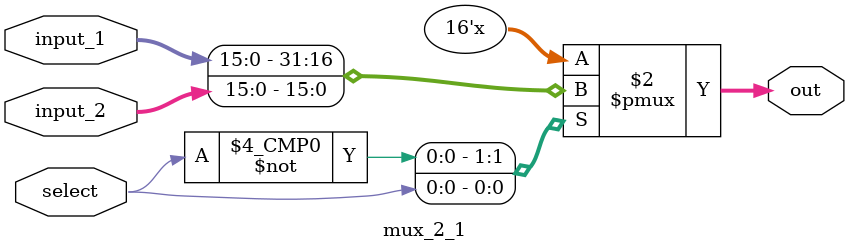
<source format=v>

module mux_2_1 (
    
   input [15:0] input_1, 
   input [15:0] input_2,
   input  select,
   output reg [15:0] out
);

 always @(*) begin
	case (select)
		1'b0 : out = input_1;
		1'b1 : out = input_2;
	endcase
end

endmodule
</source>
